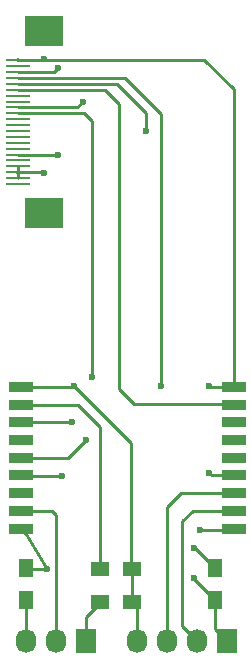
<source format=gtl>
G04 #@! TF.FileFunction,Copper,L1,Top,Signal*
%FSLAX46Y46*%
G04 Gerber Fmt 4.6, Leading zero omitted, Abs format (unit mm)*
G04 Created by KiCad (PCBNEW 4.0.2-stable) date 2016/07/18 1:21:03*
%MOMM*%
G01*
G04 APERTURE LIST*
%ADD10C,0.100000*%
%ADD11R,2.032000X0.254000*%
%ADD12R,3.302000X2.540000*%
%ADD13R,1.727200X2.032000*%
%ADD14O,1.727200X2.032000*%
%ADD15R,1.300000X1.500000*%
%ADD16R,1.500000X1.300000*%
%ADD17R,2.000000X0.900000*%
%ADD18C,0.600000*%
%ADD19C,0.250000*%
G04 APERTURE END LIST*
D10*
D11*
X139242800Y-63830200D03*
X139242800Y-64338200D03*
X139242800Y-69342000D03*
X139242800Y-69850000D03*
X139242800Y-70345300D03*
X139242800Y-68846700D03*
X139242800Y-74345800D03*
X139242800Y-70840600D03*
X139242800Y-71348600D03*
X139242800Y-71843900D03*
X139242800Y-72339200D03*
X139242800Y-72847200D03*
X139242800Y-73342500D03*
X139242800Y-73837800D03*
X139242800Y-68351400D03*
X139242800Y-67843400D03*
X139242800Y-67348100D03*
X139242800Y-66852800D03*
X139242800Y-66344800D03*
X139242800Y-65849500D03*
X139242800Y-65354200D03*
X139242800Y-64846200D03*
D12*
X141478000Y-76809600D03*
X141478000Y-61391800D03*
D13*
X156972000Y-113030000D03*
D14*
X154432000Y-113030000D03*
X151892000Y-113030000D03*
X149352000Y-113030000D03*
D15*
X139954000Y-109554000D03*
X139954000Y-106854000D03*
D16*
X148924000Y-106934000D03*
X146224000Y-106934000D03*
X148924000Y-109728000D03*
X146224000Y-109728000D03*
D15*
X155956000Y-106854000D03*
X155956000Y-109554000D03*
D17*
X139501100Y-91503600D03*
X139501100Y-93003600D03*
X139501100Y-94503600D03*
X139501100Y-96003600D03*
X139501100Y-97503600D03*
X139501100Y-99003600D03*
X139501100Y-100503600D03*
X139501100Y-102003600D03*
X139501100Y-103503600D03*
X157501100Y-103503600D03*
X157501100Y-102003600D03*
X157501100Y-100503600D03*
X157501100Y-99003600D03*
X157501100Y-97503600D03*
X157501100Y-96003600D03*
X157501100Y-94503600D03*
X157501100Y-93003600D03*
X157501100Y-91503600D03*
D13*
X145034000Y-113030000D03*
D14*
X142494000Y-113030000D03*
X139954000Y-113030000D03*
D18*
X155448000Y-98806000D03*
X155448000Y-91440000D03*
X141478000Y-63754000D03*
X141478000Y-73406000D03*
X141732000Y-106934000D03*
X154178000Y-107696000D03*
X144018000Y-91440000D03*
X142621000Y-64516000D03*
X142621000Y-71882000D03*
X145034000Y-96012000D03*
X145542000Y-90678000D03*
X144729200Y-67386200D03*
X143789400Y-94488000D03*
X150114000Y-69850000D03*
X143002000Y-99060000D03*
X154178000Y-105156000D03*
X154686000Y-103632000D03*
X151384000Y-91440000D03*
D19*
X157501100Y-99003600D02*
X155645600Y-99003600D01*
X155645600Y-99003600D02*
X155448000Y-98806000D01*
X155511600Y-91503600D02*
X157501100Y-91503600D01*
X155448000Y-91440000D02*
X155511600Y-91503600D01*
X155956000Y-109554000D02*
X155956000Y-112014000D01*
X155956000Y-112014000D02*
X156972000Y-113030000D01*
X154178000Y-107696000D02*
X154178000Y-107776000D01*
X154178000Y-107776000D02*
X155956000Y-109554000D01*
X141732000Y-106934000D02*
X140034000Y-106934000D01*
X140034000Y-106934000D02*
X139954000Y-106854000D01*
X157501100Y-91503600D02*
X157501100Y-66315100D01*
X157501100Y-66315100D02*
X155016200Y-63830200D01*
X155016200Y-63830200D02*
X141478000Y-63830200D01*
X139242800Y-73342500D02*
X141414500Y-73342500D01*
X141478000Y-63754000D02*
X141478000Y-63830200D01*
X141414500Y-73342500D02*
X141478000Y-73406000D01*
X139242800Y-73342500D02*
X139179300Y-73406000D01*
X139166600Y-63754000D02*
X139242800Y-63830200D01*
X157501100Y-91503600D02*
X157480000Y-91482500D01*
X141732000Y-106934000D02*
X139954000Y-103956500D01*
X139501100Y-103503600D02*
X139954000Y-103956500D01*
X139242800Y-72847200D02*
X139242800Y-73342500D01*
X139242800Y-73342500D02*
X139242800Y-73837800D01*
X139242800Y-63830200D02*
X141478000Y-63830200D01*
X144018000Y-91503600D02*
X144081600Y-91503600D01*
X144018000Y-91440000D02*
X144018000Y-91503600D01*
X139242800Y-64846200D02*
X139255500Y-64833500D01*
X139255500Y-64833500D02*
X142303500Y-64833500D01*
X142303500Y-64833500D02*
X142621000Y-64516000D01*
X142621000Y-71882000D02*
X139280900Y-71882000D01*
X139280900Y-71882000D02*
X139242800Y-71843900D01*
X148924000Y-109728000D02*
X148924000Y-106934000D01*
X149352000Y-113030000D02*
X149352000Y-110156000D01*
X149352000Y-110156000D02*
X148924000Y-109728000D01*
X139501100Y-91503600D02*
X144081600Y-91503600D01*
X148844000Y-96266000D02*
X148844000Y-106854000D01*
X144081600Y-91503600D02*
X148844000Y-96266000D01*
X148844000Y-106854000D02*
X148924000Y-106934000D01*
X148924000Y-112602000D02*
X149352000Y-113030000D01*
X144868900Y-68351400D02*
X145542000Y-69024500D01*
X143510000Y-97536000D02*
X139533500Y-97536000D01*
X145034000Y-96012000D02*
X143510000Y-97536000D01*
X145542000Y-69024500D02*
X145542000Y-90678000D01*
X139533500Y-97536000D02*
X139501100Y-97503600D01*
X139242800Y-68351400D02*
X144868900Y-68351400D01*
X139501100Y-94503600D02*
X143773800Y-94503600D01*
X144272000Y-67843400D02*
X139242800Y-67843400D01*
X144729200Y-67386200D02*
X144272000Y-67843400D01*
X143773800Y-94503600D02*
X143789400Y-94488000D01*
X139739500Y-94742000D02*
X139501100Y-94503600D01*
X146608800Y-66344800D02*
X147828000Y-67564000D01*
X139242800Y-66344800D02*
X146608800Y-66344800D01*
X149098000Y-92964000D02*
X157461500Y-92964000D01*
X147828000Y-91694000D02*
X149098000Y-92964000D01*
X147828000Y-67564000D02*
X147828000Y-91694000D01*
X157461500Y-92964000D02*
X157501100Y-93003600D01*
X143002000Y-99060000D02*
X139557500Y-99060000D01*
X139557500Y-99060000D02*
X139501100Y-99003600D01*
X154178000Y-105156000D02*
X154258000Y-105156000D01*
X154258000Y-105156000D02*
X155956000Y-106854000D01*
X147662900Y-65849500D02*
X139242800Y-65849500D01*
X150114000Y-68300600D02*
X147662900Y-65849500D01*
X150114000Y-69850000D02*
X150114000Y-68300600D01*
X148336000Y-65354200D02*
X151384000Y-68402200D01*
X154686000Y-103632000D02*
X157372700Y-103632000D01*
X151384000Y-68402200D02*
X151384000Y-91440000D01*
X157372700Y-103632000D02*
X157501100Y-103503600D01*
X139242800Y-65354200D02*
X148336000Y-65354200D01*
X146224000Y-109728000D02*
X146224000Y-109808000D01*
X146224000Y-109808000D02*
X145034000Y-110998000D01*
X145034000Y-110998000D02*
X145034000Y-113030000D01*
X139501100Y-102003600D02*
X142135600Y-102003600D01*
X142494000Y-102362000D02*
X142494000Y-113030000D01*
X142135600Y-102003600D02*
X142494000Y-102362000D01*
X139954000Y-109554000D02*
X139954000Y-113030000D01*
X154432000Y-113030000D02*
X153162000Y-111760000D01*
X154028400Y-102003600D02*
X157501100Y-102003600D01*
X153162000Y-102870000D02*
X154028400Y-102003600D01*
X153162000Y-111760000D02*
X153162000Y-102870000D01*
X157501100Y-100503600D02*
X153081600Y-100503600D01*
X151892000Y-101693200D02*
X151892000Y-113030000D01*
X153081600Y-100503600D02*
X151892000Y-101693200D01*
X139501100Y-93003600D02*
X144311600Y-93003600D01*
X146224000Y-94916000D02*
X146224000Y-106934000D01*
X144311600Y-93003600D02*
X146224000Y-94916000D01*
M02*

</source>
